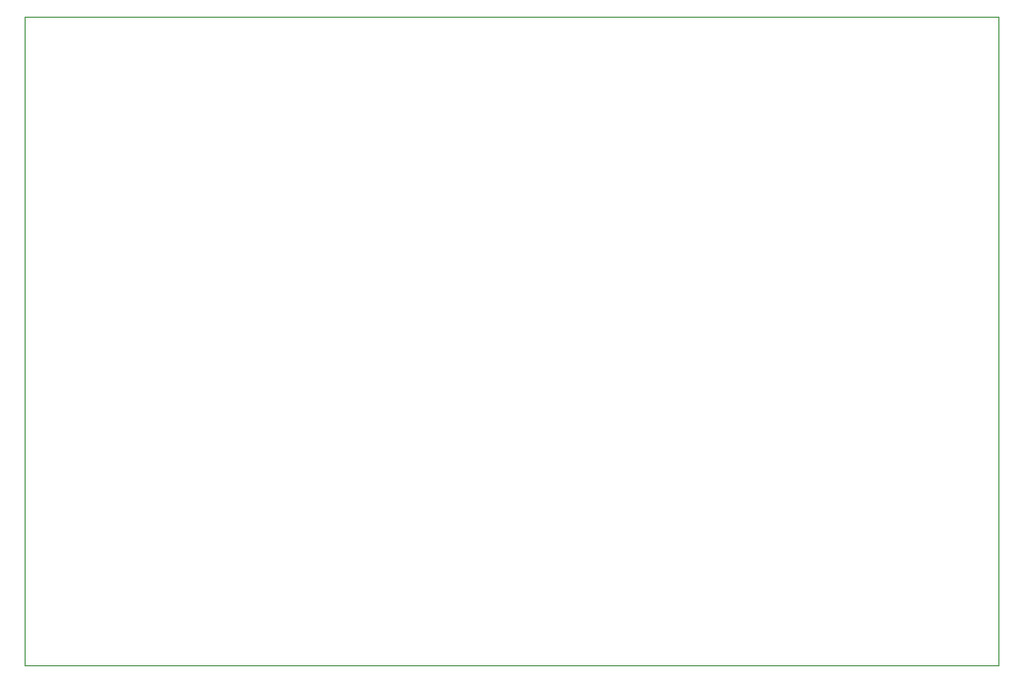
<source format=gbr>
%TF.GenerationSoftware,KiCad,Pcbnew,7.0.10*%
%TF.CreationDate,2024-01-17T15:43:09-08:00*%
%TF.ProjectId,test-1,74657374-2d31-42e6-9b69-6361645f7063,rev?*%
%TF.SameCoordinates,Original*%
%TF.FileFunction,Profile,NP*%
%FSLAX46Y46*%
G04 Gerber Fmt 4.6, Leading zero omitted, Abs format (unit mm)*
G04 Created by KiCad (PCBNEW 7.0.10) date 2024-01-17 15:43:09*
%MOMM*%
%LPD*%
G01*
G04 APERTURE LIST*
%TA.AperFunction,Profile*%
%ADD10C,0.100000*%
%TD*%
G04 APERTURE END LIST*
D10*
X137160000Y-88900000D02*
X53340000Y-88900000D01*
X137160000Y-33020000D02*
X137160000Y-88900000D01*
X53340000Y-33020000D02*
X137160000Y-33020000D01*
X53340000Y-88900000D02*
X53340000Y-33020000D01*
M02*

</source>
